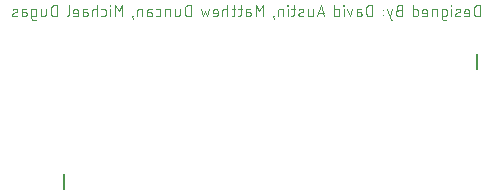
<source format=gbo>
G04 EAGLE Gerber X2 export*
%TF.Part,Single*%
%TF.FileFunction,Other,Bottom Silkscreen*%
%TF.FilePolarity,Positive*%
%TF.GenerationSoftware,Autodesk,EAGLE,8.7.1*%
%TF.CreationDate,2018-04-02T18:11:16Z*%
G75*
%MOMM*%
%FSLAX34Y34*%
%LPD*%
%AMOC8*
5,1,8,0,0,1.08239X$1,22.5*%
G01*
%ADD10C,0.076200*%
%ADD11C,0.203200*%


D10*
X418719Y190881D02*
X418719Y200119D01*
X416153Y200119D01*
X416055Y200117D01*
X415957Y200111D01*
X415859Y200102D01*
X415761Y200089D01*
X415664Y200072D01*
X415568Y200052D01*
X415473Y200027D01*
X415379Y199999D01*
X415286Y199968D01*
X415194Y199933D01*
X415103Y199894D01*
X415014Y199853D01*
X414927Y199807D01*
X414842Y199759D01*
X414758Y199707D01*
X414677Y199652D01*
X414597Y199594D01*
X414520Y199533D01*
X414446Y199469D01*
X414374Y199402D01*
X414304Y199332D01*
X414237Y199260D01*
X414173Y199186D01*
X414112Y199109D01*
X414054Y199029D01*
X413999Y198948D01*
X413947Y198864D01*
X413899Y198779D01*
X413853Y198692D01*
X413812Y198603D01*
X413773Y198512D01*
X413738Y198420D01*
X413707Y198327D01*
X413679Y198233D01*
X413654Y198138D01*
X413634Y198042D01*
X413617Y197945D01*
X413604Y197847D01*
X413595Y197749D01*
X413589Y197651D01*
X413587Y197553D01*
X413587Y193447D01*
X413589Y193349D01*
X413595Y193251D01*
X413604Y193153D01*
X413617Y193055D01*
X413634Y192958D01*
X413654Y192862D01*
X413679Y192767D01*
X413707Y192673D01*
X413738Y192580D01*
X413773Y192488D01*
X413812Y192397D01*
X413853Y192308D01*
X413899Y192221D01*
X413947Y192136D01*
X413999Y192052D01*
X414054Y191971D01*
X414112Y191891D01*
X414173Y191814D01*
X414237Y191740D01*
X414304Y191668D01*
X414374Y191598D01*
X414446Y191531D01*
X414520Y191467D01*
X414597Y191406D01*
X414677Y191348D01*
X414758Y191293D01*
X414842Y191241D01*
X414927Y191193D01*
X415014Y191147D01*
X415103Y191106D01*
X415194Y191067D01*
X415286Y191032D01*
X415379Y191001D01*
X415473Y190973D01*
X415568Y190948D01*
X415664Y190928D01*
X415761Y190911D01*
X415859Y190898D01*
X415957Y190889D01*
X416055Y190883D01*
X416153Y190881D01*
X418719Y190881D01*
X407966Y190881D02*
X405400Y190881D01*
X407966Y190881D02*
X408042Y190883D01*
X408117Y190888D01*
X408192Y190898D01*
X408266Y190911D01*
X408340Y190927D01*
X408413Y190947D01*
X408485Y190971D01*
X408555Y190998D01*
X408624Y191029D01*
X408692Y191063D01*
X408758Y191100D01*
X408822Y191141D01*
X408883Y191184D01*
X408943Y191231D01*
X409000Y191280D01*
X409055Y191332D01*
X409107Y191387D01*
X409156Y191444D01*
X409203Y191504D01*
X409246Y191565D01*
X409287Y191629D01*
X409324Y191695D01*
X409358Y191763D01*
X409389Y191832D01*
X409416Y191902D01*
X409440Y191974D01*
X409460Y192047D01*
X409476Y192121D01*
X409489Y192195D01*
X409499Y192270D01*
X409504Y192345D01*
X409506Y192421D01*
X409506Y194987D01*
X409504Y195077D01*
X409498Y195166D01*
X409488Y195255D01*
X409475Y195343D01*
X409457Y195431D01*
X409436Y195518D01*
X409411Y195604D01*
X409382Y195689D01*
X409350Y195773D01*
X409314Y195855D01*
X409274Y195935D01*
X409231Y196014D01*
X409184Y196090D01*
X409135Y196165D01*
X409082Y196237D01*
X409026Y196307D01*
X408967Y196374D01*
X408905Y196439D01*
X408840Y196501D01*
X408773Y196560D01*
X408703Y196616D01*
X408631Y196669D01*
X408556Y196718D01*
X408480Y196765D01*
X408401Y196808D01*
X408321Y196848D01*
X408239Y196884D01*
X408155Y196916D01*
X408070Y196945D01*
X407984Y196970D01*
X407897Y196991D01*
X407809Y197009D01*
X407721Y197022D01*
X407632Y197032D01*
X407543Y197038D01*
X407453Y197040D01*
X407363Y197038D01*
X407274Y197032D01*
X407185Y197022D01*
X407097Y197009D01*
X407009Y196991D01*
X406922Y196970D01*
X406836Y196945D01*
X406751Y196916D01*
X406667Y196884D01*
X406585Y196848D01*
X406505Y196808D01*
X406427Y196765D01*
X406350Y196718D01*
X406275Y196669D01*
X406203Y196616D01*
X406133Y196560D01*
X406066Y196501D01*
X406001Y196439D01*
X405939Y196374D01*
X405880Y196307D01*
X405824Y196237D01*
X405771Y196165D01*
X405722Y196090D01*
X405675Y196014D01*
X405632Y195935D01*
X405592Y195855D01*
X405556Y195773D01*
X405524Y195689D01*
X405495Y195604D01*
X405470Y195518D01*
X405449Y195431D01*
X405431Y195343D01*
X405418Y195255D01*
X405408Y195166D01*
X405402Y195077D01*
X405400Y194987D01*
X405400Y193960D01*
X409506Y193960D01*
X400936Y194474D02*
X398370Y193447D01*
X400936Y194473D02*
X401003Y194502D01*
X401068Y194534D01*
X401131Y194570D01*
X401192Y194609D01*
X401250Y194652D01*
X401307Y194697D01*
X401360Y194746D01*
X401411Y194797D01*
X401460Y194851D01*
X401505Y194908D01*
X401547Y194967D01*
X401585Y195028D01*
X401621Y195091D01*
X401653Y195156D01*
X401681Y195223D01*
X401706Y195291D01*
X401726Y195360D01*
X401744Y195431D01*
X401757Y195502D01*
X401766Y195574D01*
X401771Y195646D01*
X401773Y195718D01*
X401770Y195791D01*
X401764Y195863D01*
X401754Y195934D01*
X401740Y196005D01*
X401722Y196076D01*
X401700Y196145D01*
X401674Y196212D01*
X401645Y196279D01*
X401612Y196343D01*
X401576Y196406D01*
X401536Y196467D01*
X401494Y196525D01*
X401448Y196581D01*
X401399Y196634D01*
X401347Y196685D01*
X401292Y196733D01*
X401236Y196778D01*
X401176Y196819D01*
X401115Y196857D01*
X401051Y196892D01*
X400986Y196924D01*
X400919Y196952D01*
X400851Y196976D01*
X400781Y196996D01*
X400711Y197013D01*
X400640Y197025D01*
X400568Y197034D01*
X400495Y197039D01*
X400423Y197040D01*
X400423Y197039D02*
X400274Y197035D01*
X400125Y197028D01*
X399977Y197016D01*
X399829Y197001D01*
X399681Y196981D01*
X399534Y196958D01*
X399387Y196932D01*
X399242Y196901D01*
X399097Y196867D01*
X398953Y196829D01*
X398810Y196788D01*
X398668Y196743D01*
X398527Y196694D01*
X398388Y196641D01*
X398250Y196586D01*
X398113Y196526D01*
X398370Y193448D02*
X398303Y193419D01*
X398238Y193387D01*
X398175Y193351D01*
X398114Y193312D01*
X398056Y193269D01*
X397999Y193224D01*
X397946Y193175D01*
X397895Y193124D01*
X397846Y193070D01*
X397801Y193013D01*
X397759Y192954D01*
X397721Y192893D01*
X397685Y192830D01*
X397653Y192765D01*
X397625Y192698D01*
X397600Y192630D01*
X397580Y192561D01*
X397562Y192490D01*
X397549Y192419D01*
X397540Y192347D01*
X397535Y192275D01*
X397533Y192203D01*
X397536Y192130D01*
X397542Y192058D01*
X397552Y191987D01*
X397566Y191916D01*
X397584Y191845D01*
X397606Y191776D01*
X397632Y191709D01*
X397661Y191642D01*
X397694Y191578D01*
X397730Y191515D01*
X397770Y191454D01*
X397812Y191396D01*
X397858Y191340D01*
X397907Y191287D01*
X397959Y191236D01*
X398014Y191188D01*
X398070Y191143D01*
X398130Y191102D01*
X398191Y191064D01*
X398255Y191029D01*
X398320Y190997D01*
X398387Y190969D01*
X398455Y190945D01*
X398525Y190925D01*
X398595Y190908D01*
X398666Y190896D01*
X398738Y190887D01*
X398811Y190882D01*
X398883Y190881D01*
X398883Y190882D02*
X399089Y190887D01*
X399295Y190898D01*
X399500Y190913D01*
X399705Y190933D01*
X399909Y190957D01*
X400113Y190987D01*
X400316Y191021D01*
X400518Y191061D01*
X400719Y191105D01*
X400919Y191153D01*
X401118Y191207D01*
X401315Y191265D01*
X401511Y191328D01*
X401706Y191395D01*
X393953Y190881D02*
X393953Y197040D01*
X394210Y199606D02*
X394210Y200119D01*
X393696Y200119D01*
X393696Y199606D01*
X394210Y199606D01*
X388811Y190881D02*
X386245Y190881D01*
X388811Y190881D02*
X388887Y190883D01*
X388962Y190888D01*
X389037Y190898D01*
X389111Y190911D01*
X389185Y190927D01*
X389258Y190947D01*
X389330Y190971D01*
X389400Y190998D01*
X389469Y191029D01*
X389537Y191063D01*
X389603Y191100D01*
X389667Y191141D01*
X389728Y191184D01*
X389788Y191231D01*
X389845Y191280D01*
X389900Y191332D01*
X389952Y191387D01*
X390001Y191444D01*
X390048Y191504D01*
X390091Y191565D01*
X390132Y191629D01*
X390169Y191695D01*
X390203Y191763D01*
X390234Y191832D01*
X390261Y191902D01*
X390285Y191974D01*
X390305Y192047D01*
X390321Y192121D01*
X390334Y192195D01*
X390344Y192270D01*
X390349Y192345D01*
X390351Y192421D01*
X390351Y195500D01*
X390349Y195576D01*
X390344Y195651D01*
X390334Y195726D01*
X390321Y195800D01*
X390305Y195874D01*
X390285Y195947D01*
X390261Y196019D01*
X390234Y196089D01*
X390203Y196158D01*
X390169Y196226D01*
X390132Y196292D01*
X390091Y196356D01*
X390048Y196417D01*
X390001Y196477D01*
X389952Y196534D01*
X389900Y196589D01*
X389845Y196641D01*
X389788Y196690D01*
X389728Y196737D01*
X389667Y196780D01*
X389603Y196821D01*
X389537Y196858D01*
X389469Y196892D01*
X389400Y196923D01*
X389330Y196950D01*
X389258Y196974D01*
X389185Y196994D01*
X389111Y197010D01*
X389037Y197023D01*
X388962Y197033D01*
X388887Y197038D01*
X388811Y197040D01*
X386245Y197040D01*
X386245Y189341D01*
X386247Y189265D01*
X386252Y189190D01*
X386262Y189115D01*
X386275Y189041D01*
X386291Y188967D01*
X386311Y188894D01*
X386335Y188822D01*
X386362Y188752D01*
X386393Y188683D01*
X386427Y188615D01*
X386464Y188549D01*
X386505Y188485D01*
X386548Y188424D01*
X386595Y188364D01*
X386644Y188307D01*
X386696Y188252D01*
X386751Y188200D01*
X386808Y188151D01*
X386868Y188104D01*
X386929Y188061D01*
X386993Y188020D01*
X387059Y187983D01*
X387127Y187949D01*
X387196Y187918D01*
X387266Y187891D01*
X387338Y187867D01*
X387411Y187847D01*
X387485Y187831D01*
X387559Y187818D01*
X387634Y187808D01*
X387709Y187803D01*
X387785Y187801D01*
X387785Y187802D02*
X389838Y187802D01*
X381906Y190881D02*
X381906Y197040D01*
X379340Y197040D01*
X379262Y197038D01*
X379184Y197032D01*
X379107Y197022D01*
X379030Y197008D01*
X378954Y196991D01*
X378879Y196969D01*
X378805Y196944D01*
X378733Y196915D01*
X378662Y196883D01*
X378593Y196846D01*
X378525Y196807D01*
X378460Y196764D01*
X378397Y196718D01*
X378337Y196668D01*
X378279Y196616D01*
X378224Y196561D01*
X378172Y196503D01*
X378122Y196443D01*
X378076Y196380D01*
X378033Y196315D01*
X377994Y196247D01*
X377957Y196178D01*
X377925Y196107D01*
X377896Y196035D01*
X377871Y195961D01*
X377849Y195886D01*
X377832Y195810D01*
X377818Y195733D01*
X377808Y195656D01*
X377802Y195578D01*
X377800Y195500D01*
X377800Y190881D01*
X372266Y190881D02*
X369700Y190881D01*
X372266Y190881D02*
X372342Y190883D01*
X372417Y190888D01*
X372492Y190898D01*
X372566Y190911D01*
X372640Y190927D01*
X372713Y190947D01*
X372785Y190971D01*
X372855Y190998D01*
X372924Y191029D01*
X372992Y191063D01*
X373058Y191100D01*
X373122Y191141D01*
X373183Y191184D01*
X373243Y191231D01*
X373300Y191280D01*
X373355Y191332D01*
X373407Y191387D01*
X373456Y191444D01*
X373503Y191504D01*
X373546Y191565D01*
X373587Y191629D01*
X373624Y191695D01*
X373658Y191763D01*
X373689Y191832D01*
X373716Y191902D01*
X373740Y191974D01*
X373760Y192047D01*
X373776Y192121D01*
X373789Y192195D01*
X373799Y192270D01*
X373804Y192345D01*
X373806Y192421D01*
X373806Y194987D01*
X373804Y195077D01*
X373798Y195166D01*
X373788Y195255D01*
X373775Y195343D01*
X373757Y195431D01*
X373736Y195518D01*
X373711Y195604D01*
X373682Y195689D01*
X373650Y195773D01*
X373614Y195855D01*
X373574Y195935D01*
X373531Y196014D01*
X373484Y196090D01*
X373435Y196165D01*
X373382Y196237D01*
X373326Y196307D01*
X373267Y196374D01*
X373205Y196439D01*
X373140Y196501D01*
X373073Y196560D01*
X373003Y196616D01*
X372931Y196669D01*
X372856Y196718D01*
X372780Y196765D01*
X372701Y196808D01*
X372621Y196848D01*
X372539Y196884D01*
X372455Y196916D01*
X372370Y196945D01*
X372284Y196970D01*
X372197Y196991D01*
X372109Y197009D01*
X372021Y197022D01*
X371932Y197032D01*
X371843Y197038D01*
X371753Y197040D01*
X371663Y197038D01*
X371574Y197032D01*
X371485Y197022D01*
X371397Y197009D01*
X371309Y196991D01*
X371222Y196970D01*
X371136Y196945D01*
X371051Y196916D01*
X370967Y196884D01*
X370885Y196848D01*
X370805Y196808D01*
X370727Y196765D01*
X370650Y196718D01*
X370575Y196669D01*
X370503Y196616D01*
X370433Y196560D01*
X370366Y196501D01*
X370301Y196439D01*
X370239Y196374D01*
X370180Y196307D01*
X370124Y196237D01*
X370071Y196165D01*
X370022Y196090D01*
X369975Y196014D01*
X369932Y195935D01*
X369892Y195855D01*
X369856Y195773D01*
X369824Y195689D01*
X369795Y195604D01*
X369770Y195518D01*
X369749Y195431D01*
X369731Y195343D01*
X369718Y195255D01*
X369708Y195166D01*
X369702Y195077D01*
X369700Y194987D01*
X369700Y193960D01*
X373806Y193960D01*
X361945Y190881D02*
X361945Y200119D01*
X361945Y190881D02*
X364511Y190881D01*
X364587Y190883D01*
X364662Y190888D01*
X364737Y190898D01*
X364811Y190911D01*
X364885Y190927D01*
X364958Y190947D01*
X365030Y190971D01*
X365100Y190998D01*
X365169Y191029D01*
X365237Y191063D01*
X365303Y191100D01*
X365367Y191141D01*
X365428Y191184D01*
X365488Y191231D01*
X365545Y191280D01*
X365600Y191332D01*
X365652Y191387D01*
X365701Y191444D01*
X365748Y191504D01*
X365791Y191565D01*
X365832Y191629D01*
X365869Y191695D01*
X365903Y191763D01*
X365934Y191832D01*
X365961Y191902D01*
X365985Y191974D01*
X366005Y192047D01*
X366021Y192121D01*
X366034Y192195D01*
X366044Y192270D01*
X366049Y192345D01*
X366051Y192421D01*
X366051Y195500D01*
X366049Y195576D01*
X366044Y195651D01*
X366034Y195726D01*
X366021Y195800D01*
X366005Y195874D01*
X365985Y195947D01*
X365961Y196019D01*
X365934Y196089D01*
X365903Y196158D01*
X365869Y196226D01*
X365832Y196292D01*
X365791Y196356D01*
X365748Y196417D01*
X365701Y196477D01*
X365652Y196534D01*
X365600Y196589D01*
X365545Y196641D01*
X365488Y196690D01*
X365428Y196737D01*
X365367Y196780D01*
X365303Y196821D01*
X365237Y196858D01*
X365169Y196892D01*
X365100Y196923D01*
X365030Y196950D01*
X364958Y196974D01*
X364885Y196994D01*
X364811Y197010D01*
X364737Y197023D01*
X364662Y197033D01*
X364587Y197038D01*
X364511Y197040D01*
X361945Y197040D01*
X352589Y196013D02*
X350023Y196013D01*
X349924Y196011D01*
X349824Y196005D01*
X349725Y195996D01*
X349627Y195982D01*
X349529Y195965D01*
X349431Y195944D01*
X349335Y195919D01*
X349240Y195890D01*
X349145Y195858D01*
X349053Y195822D01*
X348961Y195783D01*
X348871Y195740D01*
X348783Y195694D01*
X348697Y195644D01*
X348613Y195591D01*
X348531Y195535D01*
X348451Y195475D01*
X348374Y195413D01*
X348299Y195347D01*
X348226Y195279D01*
X348157Y195208D01*
X348090Y195134D01*
X348026Y195058D01*
X347965Y194979D01*
X347907Y194898D01*
X347852Y194815D01*
X347801Y194730D01*
X347753Y194643D01*
X347708Y194554D01*
X347667Y194463D01*
X347629Y194371D01*
X347595Y194278D01*
X347565Y194183D01*
X347538Y194087D01*
X347515Y193990D01*
X347496Y193893D01*
X347481Y193794D01*
X347469Y193695D01*
X347461Y193596D01*
X347457Y193497D01*
X347457Y193397D01*
X347461Y193298D01*
X347469Y193199D01*
X347481Y193100D01*
X347496Y193001D01*
X347515Y192904D01*
X347538Y192807D01*
X347565Y192711D01*
X347595Y192616D01*
X347629Y192523D01*
X347667Y192431D01*
X347708Y192340D01*
X347753Y192251D01*
X347801Y192164D01*
X347852Y192079D01*
X347907Y191996D01*
X347965Y191915D01*
X348026Y191836D01*
X348090Y191760D01*
X348157Y191686D01*
X348226Y191615D01*
X348299Y191547D01*
X348374Y191481D01*
X348451Y191419D01*
X348531Y191359D01*
X348613Y191303D01*
X348697Y191250D01*
X348783Y191200D01*
X348871Y191154D01*
X348961Y191111D01*
X349053Y191072D01*
X349145Y191036D01*
X349240Y191004D01*
X349335Y190975D01*
X349431Y190950D01*
X349529Y190929D01*
X349627Y190912D01*
X349725Y190898D01*
X349824Y190889D01*
X349924Y190883D01*
X350023Y190881D01*
X352589Y190881D01*
X352589Y200119D01*
X350023Y200119D01*
X349933Y200117D01*
X349844Y200111D01*
X349755Y200101D01*
X349667Y200088D01*
X349579Y200070D01*
X349492Y200049D01*
X349406Y200024D01*
X349321Y199995D01*
X349237Y199963D01*
X349155Y199927D01*
X349075Y199887D01*
X348997Y199844D01*
X348920Y199797D01*
X348845Y199748D01*
X348773Y199695D01*
X348703Y199639D01*
X348636Y199580D01*
X348571Y199518D01*
X348509Y199453D01*
X348450Y199386D01*
X348394Y199316D01*
X348341Y199244D01*
X348292Y199169D01*
X348245Y199093D01*
X348202Y199014D01*
X348162Y198934D01*
X348126Y198852D01*
X348094Y198768D01*
X348065Y198683D01*
X348040Y198597D01*
X348019Y198510D01*
X348001Y198422D01*
X347988Y198334D01*
X347978Y198245D01*
X347972Y198156D01*
X347970Y198066D01*
X347972Y197976D01*
X347978Y197887D01*
X347988Y197798D01*
X348001Y197710D01*
X348019Y197622D01*
X348040Y197535D01*
X348065Y197449D01*
X348094Y197364D01*
X348126Y197280D01*
X348162Y197198D01*
X348202Y197118D01*
X348245Y197040D01*
X348292Y196963D01*
X348341Y196888D01*
X348394Y196816D01*
X348450Y196746D01*
X348509Y196679D01*
X348571Y196614D01*
X348636Y196552D01*
X348703Y196493D01*
X348773Y196437D01*
X348845Y196384D01*
X348920Y196335D01*
X348997Y196288D01*
X349075Y196245D01*
X349155Y196205D01*
X349237Y196169D01*
X349321Y196137D01*
X349406Y196108D01*
X349492Y196083D01*
X349579Y196062D01*
X349667Y196044D01*
X349755Y196031D01*
X349844Y196021D01*
X349933Y196015D01*
X350023Y196013D01*
X344406Y187802D02*
X343379Y187802D01*
X340300Y197040D01*
X344406Y197040D02*
X342353Y190881D01*
X336910Y191651D02*
X336910Y192164D01*
X336396Y192164D01*
X336396Y191651D01*
X336910Y191651D01*
X336910Y195757D02*
X336910Y196270D01*
X336396Y196270D01*
X336396Y195757D01*
X336910Y195757D01*
X327519Y200119D02*
X327519Y190881D01*
X327519Y200119D02*
X324953Y200119D01*
X324855Y200117D01*
X324757Y200111D01*
X324659Y200102D01*
X324561Y200089D01*
X324464Y200072D01*
X324368Y200052D01*
X324273Y200027D01*
X324179Y199999D01*
X324086Y199968D01*
X323994Y199933D01*
X323903Y199894D01*
X323814Y199853D01*
X323727Y199807D01*
X323642Y199759D01*
X323558Y199707D01*
X323477Y199652D01*
X323397Y199594D01*
X323320Y199533D01*
X323246Y199469D01*
X323174Y199402D01*
X323104Y199332D01*
X323037Y199260D01*
X322973Y199186D01*
X322912Y199109D01*
X322854Y199029D01*
X322799Y198948D01*
X322747Y198864D01*
X322699Y198779D01*
X322653Y198692D01*
X322612Y198603D01*
X322573Y198512D01*
X322538Y198420D01*
X322507Y198327D01*
X322479Y198233D01*
X322454Y198138D01*
X322434Y198042D01*
X322417Y197945D01*
X322404Y197847D01*
X322395Y197749D01*
X322389Y197651D01*
X322387Y197553D01*
X322387Y193447D01*
X322389Y193349D01*
X322395Y193251D01*
X322404Y193153D01*
X322417Y193055D01*
X322434Y192958D01*
X322454Y192862D01*
X322479Y192767D01*
X322507Y192673D01*
X322538Y192580D01*
X322573Y192488D01*
X322612Y192397D01*
X322653Y192308D01*
X322699Y192221D01*
X322747Y192136D01*
X322799Y192052D01*
X322854Y191971D01*
X322912Y191891D01*
X322973Y191814D01*
X323037Y191740D01*
X323104Y191668D01*
X323174Y191598D01*
X323246Y191531D01*
X323320Y191467D01*
X323397Y191406D01*
X323477Y191348D01*
X323558Y191293D01*
X323642Y191241D01*
X323727Y191193D01*
X323814Y191147D01*
X323903Y191106D01*
X323994Y191067D01*
X324086Y191032D01*
X324179Y191001D01*
X324273Y190973D01*
X324368Y190948D01*
X324464Y190928D01*
X324561Y190911D01*
X324659Y190898D01*
X324757Y190889D01*
X324855Y190883D01*
X324953Y190881D01*
X327519Y190881D01*
X316555Y194474D02*
X314246Y194474D01*
X316555Y194473D02*
X316638Y194471D01*
X316721Y194465D01*
X316803Y194456D01*
X316885Y194442D01*
X316966Y194425D01*
X317046Y194404D01*
X317126Y194380D01*
X317204Y194352D01*
X317280Y194320D01*
X317356Y194285D01*
X317429Y194246D01*
X317500Y194204D01*
X317570Y194159D01*
X317637Y194110D01*
X317702Y194059D01*
X317765Y194004D01*
X317825Y193947D01*
X317882Y193887D01*
X317937Y193824D01*
X317988Y193759D01*
X318037Y193692D01*
X318082Y193622D01*
X318124Y193551D01*
X318163Y193478D01*
X318198Y193402D01*
X318230Y193326D01*
X318258Y193248D01*
X318282Y193168D01*
X318303Y193088D01*
X318320Y193007D01*
X318334Y192925D01*
X318343Y192843D01*
X318349Y192760D01*
X318351Y192677D01*
X318349Y192594D01*
X318343Y192511D01*
X318334Y192429D01*
X318320Y192347D01*
X318303Y192266D01*
X318282Y192186D01*
X318258Y192106D01*
X318230Y192028D01*
X318198Y191952D01*
X318163Y191876D01*
X318124Y191803D01*
X318082Y191732D01*
X318037Y191662D01*
X317988Y191595D01*
X317937Y191530D01*
X317882Y191467D01*
X317825Y191407D01*
X317765Y191350D01*
X317702Y191295D01*
X317637Y191244D01*
X317570Y191195D01*
X317500Y191150D01*
X317429Y191108D01*
X317356Y191069D01*
X317280Y191034D01*
X317204Y191002D01*
X317126Y190974D01*
X317046Y190950D01*
X316966Y190929D01*
X316885Y190912D01*
X316803Y190898D01*
X316721Y190889D01*
X316638Y190883D01*
X316555Y190881D01*
X314246Y190881D01*
X314246Y195500D01*
X314245Y195500D02*
X314247Y195576D01*
X314252Y195651D01*
X314262Y195726D01*
X314275Y195800D01*
X314291Y195874D01*
X314311Y195947D01*
X314335Y196019D01*
X314362Y196089D01*
X314393Y196158D01*
X314427Y196226D01*
X314464Y196292D01*
X314505Y196356D01*
X314548Y196417D01*
X314595Y196477D01*
X314644Y196534D01*
X314696Y196589D01*
X314751Y196641D01*
X314808Y196690D01*
X314868Y196737D01*
X314929Y196780D01*
X314993Y196821D01*
X315059Y196858D01*
X315127Y196892D01*
X315196Y196923D01*
X315266Y196950D01*
X315338Y196974D01*
X315411Y196994D01*
X315485Y197010D01*
X315559Y197023D01*
X315634Y197033D01*
X315709Y197038D01*
X315785Y197040D01*
X317838Y197040D01*
X310506Y197040D02*
X308453Y190881D01*
X306400Y197040D01*
X303053Y197040D02*
X303053Y190881D01*
X303310Y199606D02*
X303310Y200119D01*
X302797Y200119D01*
X302797Y199606D01*
X303310Y199606D01*
X295346Y200119D02*
X295346Y190881D01*
X297912Y190881D01*
X297988Y190883D01*
X298063Y190888D01*
X298138Y190898D01*
X298212Y190911D01*
X298286Y190927D01*
X298359Y190947D01*
X298431Y190971D01*
X298501Y190998D01*
X298570Y191029D01*
X298638Y191063D01*
X298704Y191100D01*
X298768Y191141D01*
X298829Y191184D01*
X298889Y191231D01*
X298946Y191280D01*
X299001Y191332D01*
X299053Y191387D01*
X299102Y191444D01*
X299149Y191504D01*
X299192Y191565D01*
X299233Y191629D01*
X299270Y191695D01*
X299304Y191763D01*
X299335Y191832D01*
X299362Y191902D01*
X299386Y191974D01*
X299406Y192047D01*
X299422Y192121D01*
X299435Y192195D01*
X299445Y192270D01*
X299450Y192345D01*
X299452Y192421D01*
X299451Y192421D02*
X299451Y195500D01*
X299452Y195500D02*
X299450Y195576D01*
X299445Y195651D01*
X299435Y195726D01*
X299422Y195800D01*
X299406Y195874D01*
X299386Y195947D01*
X299362Y196019D01*
X299335Y196089D01*
X299304Y196158D01*
X299270Y196226D01*
X299233Y196292D01*
X299192Y196356D01*
X299149Y196417D01*
X299102Y196477D01*
X299053Y196534D01*
X299001Y196589D01*
X298946Y196641D01*
X298889Y196690D01*
X298829Y196737D01*
X298768Y196780D01*
X298704Y196821D01*
X298638Y196858D01*
X298570Y196892D01*
X298501Y196923D01*
X298431Y196950D01*
X298359Y196974D01*
X298286Y196994D01*
X298212Y197010D01*
X298138Y197023D01*
X298063Y197033D01*
X297988Y197038D01*
X297912Y197040D01*
X295346Y197040D01*
X286933Y190881D02*
X283853Y200119D01*
X280774Y190881D01*
X281544Y193191D02*
X286163Y193191D01*
X277206Y192421D02*
X277206Y197040D01*
X277206Y192421D02*
X277204Y192343D01*
X277198Y192265D01*
X277188Y192188D01*
X277174Y192111D01*
X277157Y192035D01*
X277135Y191960D01*
X277110Y191886D01*
X277081Y191814D01*
X277049Y191743D01*
X277012Y191674D01*
X276973Y191606D01*
X276930Y191541D01*
X276884Y191478D01*
X276834Y191418D01*
X276782Y191360D01*
X276727Y191305D01*
X276669Y191253D01*
X276609Y191203D01*
X276546Y191157D01*
X276481Y191114D01*
X276413Y191075D01*
X276344Y191038D01*
X276273Y191006D01*
X276201Y190977D01*
X276127Y190952D01*
X276052Y190930D01*
X275976Y190913D01*
X275899Y190899D01*
X275822Y190889D01*
X275744Y190883D01*
X275666Y190881D01*
X273100Y190881D01*
X273100Y197040D01*
X268336Y194474D02*
X265770Y193447D01*
X268336Y194473D02*
X268403Y194502D01*
X268468Y194534D01*
X268531Y194570D01*
X268592Y194609D01*
X268650Y194652D01*
X268707Y194697D01*
X268760Y194746D01*
X268811Y194797D01*
X268860Y194851D01*
X268905Y194908D01*
X268947Y194967D01*
X268985Y195028D01*
X269021Y195091D01*
X269053Y195156D01*
X269081Y195223D01*
X269106Y195291D01*
X269126Y195360D01*
X269144Y195431D01*
X269157Y195502D01*
X269166Y195574D01*
X269171Y195646D01*
X269173Y195718D01*
X269170Y195791D01*
X269164Y195863D01*
X269154Y195934D01*
X269140Y196005D01*
X269122Y196076D01*
X269100Y196145D01*
X269074Y196212D01*
X269045Y196279D01*
X269012Y196343D01*
X268976Y196406D01*
X268936Y196467D01*
X268894Y196525D01*
X268848Y196581D01*
X268799Y196634D01*
X268747Y196685D01*
X268692Y196733D01*
X268636Y196778D01*
X268576Y196819D01*
X268515Y196857D01*
X268451Y196892D01*
X268386Y196924D01*
X268319Y196952D01*
X268251Y196976D01*
X268181Y196996D01*
X268111Y197013D01*
X268040Y197025D01*
X267968Y197034D01*
X267895Y197039D01*
X267823Y197040D01*
X267823Y197039D02*
X267674Y197035D01*
X267525Y197028D01*
X267377Y197016D01*
X267229Y197001D01*
X267081Y196981D01*
X266934Y196958D01*
X266787Y196932D01*
X266642Y196901D01*
X266497Y196867D01*
X266353Y196829D01*
X266210Y196788D01*
X266068Y196743D01*
X265927Y196694D01*
X265788Y196641D01*
X265650Y196586D01*
X265513Y196526D01*
X265770Y193448D02*
X265703Y193419D01*
X265638Y193387D01*
X265575Y193351D01*
X265514Y193312D01*
X265456Y193269D01*
X265399Y193224D01*
X265346Y193175D01*
X265295Y193124D01*
X265246Y193070D01*
X265201Y193013D01*
X265159Y192954D01*
X265121Y192893D01*
X265085Y192830D01*
X265053Y192765D01*
X265025Y192698D01*
X265000Y192630D01*
X264980Y192561D01*
X264962Y192490D01*
X264949Y192419D01*
X264940Y192347D01*
X264935Y192275D01*
X264933Y192203D01*
X264936Y192130D01*
X264942Y192058D01*
X264952Y191987D01*
X264966Y191916D01*
X264984Y191845D01*
X265006Y191776D01*
X265032Y191709D01*
X265061Y191642D01*
X265094Y191578D01*
X265130Y191515D01*
X265170Y191454D01*
X265212Y191396D01*
X265258Y191340D01*
X265307Y191287D01*
X265359Y191236D01*
X265414Y191188D01*
X265470Y191143D01*
X265530Y191102D01*
X265591Y191064D01*
X265655Y191029D01*
X265720Y190997D01*
X265787Y190969D01*
X265855Y190945D01*
X265925Y190925D01*
X265995Y190908D01*
X266066Y190896D01*
X266138Y190887D01*
X266211Y190882D01*
X266283Y190881D01*
X266283Y190882D02*
X266489Y190887D01*
X266695Y190898D01*
X266900Y190913D01*
X267105Y190933D01*
X267309Y190957D01*
X267513Y190987D01*
X267716Y191021D01*
X267918Y191061D01*
X268119Y191105D01*
X268319Y191153D01*
X268518Y191207D01*
X268715Y191265D01*
X268911Y191328D01*
X269106Y191395D01*
X262064Y197040D02*
X258985Y197040D01*
X261037Y200119D02*
X261037Y192421D01*
X261038Y192421D02*
X261036Y192343D01*
X261030Y192265D01*
X261020Y192188D01*
X261006Y192111D01*
X260989Y192035D01*
X260967Y191960D01*
X260942Y191886D01*
X260913Y191814D01*
X260881Y191743D01*
X260844Y191674D01*
X260805Y191606D01*
X260762Y191541D01*
X260716Y191478D01*
X260666Y191418D01*
X260614Y191360D01*
X260559Y191305D01*
X260501Y191253D01*
X260441Y191203D01*
X260378Y191157D01*
X260313Y191114D01*
X260245Y191075D01*
X260176Y191038D01*
X260105Y191006D01*
X260033Y190977D01*
X259959Y190952D01*
X259884Y190930D01*
X259808Y190913D01*
X259731Y190899D01*
X259654Y190889D01*
X259576Y190883D01*
X259498Y190881D01*
X258985Y190881D01*
X255653Y190881D02*
X255653Y197040D01*
X255910Y199606D02*
X255910Y200119D01*
X255397Y200119D01*
X255397Y199606D01*
X255910Y199606D01*
X251706Y197040D02*
X251706Y190881D01*
X251706Y197040D02*
X249140Y197040D01*
X249062Y197038D01*
X248984Y197032D01*
X248907Y197022D01*
X248830Y197008D01*
X248754Y196991D01*
X248679Y196969D01*
X248605Y196944D01*
X248533Y196915D01*
X248462Y196883D01*
X248393Y196846D01*
X248325Y196807D01*
X248260Y196764D01*
X248197Y196718D01*
X248137Y196668D01*
X248079Y196616D01*
X248024Y196561D01*
X247972Y196503D01*
X247922Y196443D01*
X247876Y196380D01*
X247833Y196315D01*
X247794Y196247D01*
X247757Y196178D01*
X247725Y196107D01*
X247696Y196035D01*
X247671Y195961D01*
X247649Y195886D01*
X247632Y195810D01*
X247618Y195733D01*
X247608Y195656D01*
X247602Y195578D01*
X247600Y195500D01*
X247600Y190881D01*
X243943Y190881D02*
X243430Y190881D01*
X243943Y190881D02*
X243943Y191394D01*
X243430Y191394D01*
X243430Y190881D01*
X244200Y188828D01*
X234733Y190881D02*
X234733Y200119D01*
X231653Y194987D01*
X228574Y200119D01*
X228574Y190881D01*
X222655Y194474D02*
X220346Y194474D01*
X222655Y194473D02*
X222738Y194471D01*
X222821Y194465D01*
X222903Y194456D01*
X222985Y194442D01*
X223066Y194425D01*
X223146Y194404D01*
X223226Y194380D01*
X223304Y194352D01*
X223380Y194320D01*
X223456Y194285D01*
X223529Y194246D01*
X223600Y194204D01*
X223670Y194159D01*
X223737Y194110D01*
X223802Y194059D01*
X223865Y194004D01*
X223925Y193947D01*
X223982Y193887D01*
X224037Y193824D01*
X224088Y193759D01*
X224137Y193692D01*
X224182Y193622D01*
X224224Y193551D01*
X224263Y193478D01*
X224298Y193402D01*
X224330Y193326D01*
X224358Y193248D01*
X224382Y193168D01*
X224403Y193088D01*
X224420Y193007D01*
X224434Y192925D01*
X224443Y192843D01*
X224449Y192760D01*
X224451Y192677D01*
X224449Y192594D01*
X224443Y192511D01*
X224434Y192429D01*
X224420Y192347D01*
X224403Y192266D01*
X224382Y192186D01*
X224358Y192106D01*
X224330Y192028D01*
X224298Y191952D01*
X224263Y191876D01*
X224224Y191803D01*
X224182Y191732D01*
X224137Y191662D01*
X224088Y191595D01*
X224037Y191530D01*
X223982Y191467D01*
X223925Y191407D01*
X223865Y191350D01*
X223802Y191295D01*
X223737Y191244D01*
X223670Y191195D01*
X223600Y191150D01*
X223529Y191108D01*
X223456Y191069D01*
X223380Y191034D01*
X223304Y191002D01*
X223226Y190974D01*
X223146Y190950D01*
X223066Y190929D01*
X222985Y190912D01*
X222903Y190898D01*
X222821Y190889D01*
X222738Y190883D01*
X222655Y190881D01*
X220346Y190881D01*
X220346Y195500D01*
X220345Y195500D02*
X220347Y195576D01*
X220352Y195651D01*
X220362Y195726D01*
X220375Y195800D01*
X220391Y195874D01*
X220411Y195947D01*
X220435Y196019D01*
X220462Y196089D01*
X220493Y196158D01*
X220527Y196226D01*
X220564Y196292D01*
X220605Y196356D01*
X220648Y196417D01*
X220695Y196477D01*
X220744Y196534D01*
X220796Y196589D01*
X220851Y196641D01*
X220908Y196690D01*
X220968Y196737D01*
X221029Y196780D01*
X221093Y196821D01*
X221159Y196858D01*
X221227Y196892D01*
X221296Y196923D01*
X221366Y196950D01*
X221438Y196974D01*
X221511Y196994D01*
X221585Y197010D01*
X221659Y197023D01*
X221734Y197033D01*
X221809Y197038D01*
X221885Y197040D01*
X223938Y197040D01*
X217064Y197040D02*
X213985Y197040D01*
X216038Y200119D02*
X216038Y192421D01*
X216036Y192343D01*
X216030Y192265D01*
X216020Y192188D01*
X216006Y192111D01*
X215989Y192035D01*
X215967Y191960D01*
X215942Y191886D01*
X215913Y191814D01*
X215881Y191743D01*
X215844Y191674D01*
X215805Y191606D01*
X215762Y191541D01*
X215716Y191478D01*
X215666Y191418D01*
X215614Y191360D01*
X215559Y191305D01*
X215501Y191253D01*
X215441Y191203D01*
X215378Y191157D01*
X215313Y191114D01*
X215245Y191075D01*
X215176Y191038D01*
X215105Y191006D01*
X215033Y190977D01*
X214959Y190952D01*
X214884Y190930D01*
X214808Y190913D01*
X214731Y190899D01*
X214654Y190889D01*
X214576Y190883D01*
X214498Y190881D01*
X213985Y190881D01*
X211364Y197040D02*
X208285Y197040D01*
X210338Y200119D02*
X210338Y192421D01*
X210336Y192343D01*
X210330Y192265D01*
X210320Y192188D01*
X210306Y192111D01*
X210289Y192035D01*
X210267Y191960D01*
X210242Y191886D01*
X210213Y191814D01*
X210181Y191743D01*
X210144Y191674D01*
X210105Y191606D01*
X210062Y191541D01*
X210016Y191478D01*
X209966Y191418D01*
X209914Y191360D01*
X209859Y191305D01*
X209801Y191253D01*
X209741Y191203D01*
X209678Y191157D01*
X209613Y191114D01*
X209545Y191075D01*
X209476Y191038D01*
X209405Y191006D01*
X209333Y190977D01*
X209259Y190952D01*
X209184Y190930D01*
X209108Y190913D01*
X209031Y190899D01*
X208954Y190889D01*
X208876Y190883D01*
X208798Y190881D01*
X208285Y190881D01*
X204606Y190881D02*
X204606Y200119D01*
X204606Y197040D02*
X202040Y197040D01*
X201962Y197038D01*
X201884Y197032D01*
X201807Y197022D01*
X201730Y197008D01*
X201654Y196991D01*
X201579Y196969D01*
X201505Y196944D01*
X201433Y196915D01*
X201362Y196883D01*
X201293Y196846D01*
X201225Y196807D01*
X201160Y196764D01*
X201097Y196718D01*
X201037Y196668D01*
X200979Y196616D01*
X200924Y196561D01*
X200872Y196503D01*
X200822Y196443D01*
X200776Y196380D01*
X200733Y196315D01*
X200694Y196247D01*
X200657Y196178D01*
X200625Y196107D01*
X200596Y196035D01*
X200571Y195961D01*
X200549Y195886D01*
X200532Y195810D01*
X200518Y195733D01*
X200508Y195656D01*
X200502Y195578D01*
X200500Y195500D01*
X200501Y195500D02*
X200501Y190881D01*
X194967Y190881D02*
X192401Y190881D01*
X194967Y190881D02*
X195043Y190883D01*
X195118Y190888D01*
X195193Y190898D01*
X195267Y190911D01*
X195341Y190927D01*
X195414Y190947D01*
X195486Y190971D01*
X195556Y190998D01*
X195625Y191029D01*
X195693Y191063D01*
X195759Y191100D01*
X195823Y191141D01*
X195884Y191184D01*
X195944Y191231D01*
X196001Y191280D01*
X196056Y191332D01*
X196108Y191387D01*
X196157Y191444D01*
X196204Y191504D01*
X196247Y191565D01*
X196288Y191629D01*
X196325Y191695D01*
X196359Y191763D01*
X196390Y191832D01*
X196417Y191902D01*
X196441Y191974D01*
X196461Y192047D01*
X196477Y192121D01*
X196490Y192195D01*
X196500Y192270D01*
X196505Y192345D01*
X196507Y192421D01*
X196506Y192421D02*
X196506Y194987D01*
X196504Y195077D01*
X196498Y195166D01*
X196488Y195255D01*
X196475Y195343D01*
X196457Y195431D01*
X196436Y195518D01*
X196411Y195604D01*
X196382Y195689D01*
X196350Y195773D01*
X196314Y195855D01*
X196274Y195935D01*
X196231Y196014D01*
X196184Y196090D01*
X196135Y196165D01*
X196082Y196237D01*
X196026Y196307D01*
X195967Y196374D01*
X195905Y196439D01*
X195840Y196501D01*
X195773Y196560D01*
X195703Y196616D01*
X195631Y196669D01*
X195556Y196718D01*
X195480Y196765D01*
X195401Y196808D01*
X195321Y196848D01*
X195239Y196884D01*
X195155Y196916D01*
X195070Y196945D01*
X194984Y196970D01*
X194897Y196991D01*
X194809Y197009D01*
X194721Y197022D01*
X194632Y197032D01*
X194543Y197038D01*
X194453Y197040D01*
X194363Y197038D01*
X194274Y197032D01*
X194185Y197022D01*
X194097Y197009D01*
X194009Y196991D01*
X193922Y196970D01*
X193836Y196945D01*
X193751Y196916D01*
X193667Y196884D01*
X193585Y196848D01*
X193505Y196808D01*
X193427Y196765D01*
X193350Y196718D01*
X193275Y196669D01*
X193203Y196616D01*
X193133Y196560D01*
X193066Y196501D01*
X193001Y196439D01*
X192939Y196374D01*
X192880Y196307D01*
X192824Y196237D01*
X192771Y196165D01*
X192722Y196090D01*
X192675Y196014D01*
X192632Y195935D01*
X192592Y195855D01*
X192556Y195773D01*
X192524Y195689D01*
X192495Y195604D01*
X192470Y195518D01*
X192449Y195431D01*
X192431Y195343D01*
X192418Y195255D01*
X192408Y195166D01*
X192402Y195077D01*
X192400Y194987D01*
X192401Y194987D02*
X192401Y193960D01*
X196506Y193960D01*
X188833Y197040D02*
X187293Y190881D01*
X185753Y194987D01*
X184214Y190881D01*
X182674Y197040D01*
X173920Y200119D02*
X173920Y190881D01*
X173920Y200119D02*
X171354Y200119D01*
X171256Y200117D01*
X171158Y200111D01*
X171060Y200102D01*
X170962Y200089D01*
X170865Y200072D01*
X170769Y200052D01*
X170674Y200027D01*
X170580Y199999D01*
X170487Y199968D01*
X170395Y199933D01*
X170304Y199894D01*
X170215Y199853D01*
X170128Y199807D01*
X170043Y199759D01*
X169959Y199707D01*
X169878Y199652D01*
X169798Y199594D01*
X169721Y199533D01*
X169647Y199469D01*
X169575Y199402D01*
X169505Y199332D01*
X169438Y199260D01*
X169374Y199186D01*
X169313Y199109D01*
X169255Y199029D01*
X169200Y198948D01*
X169148Y198864D01*
X169100Y198779D01*
X169054Y198692D01*
X169013Y198603D01*
X168974Y198512D01*
X168939Y198420D01*
X168908Y198327D01*
X168880Y198233D01*
X168855Y198138D01*
X168835Y198042D01*
X168818Y197945D01*
X168805Y197847D01*
X168796Y197749D01*
X168790Y197651D01*
X168788Y197553D01*
X168787Y197553D02*
X168787Y193447D01*
X168788Y193447D02*
X168790Y193349D01*
X168796Y193251D01*
X168805Y193153D01*
X168818Y193055D01*
X168835Y192958D01*
X168855Y192862D01*
X168880Y192767D01*
X168908Y192673D01*
X168939Y192580D01*
X168974Y192488D01*
X169013Y192397D01*
X169054Y192308D01*
X169100Y192221D01*
X169148Y192136D01*
X169200Y192052D01*
X169255Y191971D01*
X169313Y191891D01*
X169374Y191814D01*
X169438Y191740D01*
X169505Y191668D01*
X169575Y191598D01*
X169647Y191531D01*
X169721Y191467D01*
X169798Y191406D01*
X169878Y191348D01*
X169959Y191293D01*
X170043Y191241D01*
X170128Y191193D01*
X170215Y191147D01*
X170304Y191106D01*
X170395Y191067D01*
X170487Y191032D01*
X170580Y191001D01*
X170674Y190973D01*
X170769Y190948D01*
X170865Y190928D01*
X170962Y190911D01*
X171060Y190898D01*
X171158Y190889D01*
X171256Y190883D01*
X171354Y190881D01*
X173920Y190881D01*
X164406Y192421D02*
X164406Y197040D01*
X164407Y192421D02*
X164405Y192343D01*
X164399Y192265D01*
X164389Y192188D01*
X164375Y192111D01*
X164358Y192035D01*
X164336Y191960D01*
X164311Y191886D01*
X164282Y191814D01*
X164250Y191743D01*
X164213Y191674D01*
X164174Y191606D01*
X164131Y191541D01*
X164085Y191478D01*
X164035Y191418D01*
X163983Y191360D01*
X163928Y191305D01*
X163870Y191253D01*
X163810Y191203D01*
X163747Y191157D01*
X163682Y191114D01*
X163614Y191075D01*
X163545Y191038D01*
X163474Y191006D01*
X163402Y190977D01*
X163328Y190952D01*
X163253Y190930D01*
X163177Y190913D01*
X163100Y190899D01*
X163023Y190889D01*
X162945Y190883D01*
X162867Y190881D01*
X160301Y190881D01*
X160301Y197040D01*
X156006Y197040D02*
X156006Y190881D01*
X156006Y197040D02*
X153440Y197040D01*
X153362Y197038D01*
X153284Y197032D01*
X153207Y197022D01*
X153130Y197008D01*
X153054Y196991D01*
X152979Y196969D01*
X152905Y196944D01*
X152833Y196915D01*
X152762Y196883D01*
X152693Y196846D01*
X152625Y196807D01*
X152560Y196764D01*
X152497Y196718D01*
X152437Y196668D01*
X152379Y196616D01*
X152324Y196561D01*
X152272Y196503D01*
X152222Y196443D01*
X152176Y196380D01*
X152133Y196315D01*
X152094Y196247D01*
X152057Y196178D01*
X152025Y196107D01*
X151996Y196035D01*
X151971Y195961D01*
X151949Y195886D01*
X151932Y195810D01*
X151918Y195733D01*
X151908Y195656D01*
X151902Y195578D01*
X151900Y195500D01*
X151901Y195500D02*
X151901Y190881D01*
X146357Y190881D02*
X144304Y190881D01*
X146357Y190881D02*
X146433Y190883D01*
X146508Y190888D01*
X146583Y190898D01*
X146657Y190911D01*
X146731Y190927D01*
X146804Y190947D01*
X146876Y190971D01*
X146946Y190998D01*
X147015Y191029D01*
X147083Y191063D01*
X147149Y191100D01*
X147213Y191141D01*
X147274Y191184D01*
X147334Y191231D01*
X147391Y191280D01*
X147446Y191332D01*
X147498Y191387D01*
X147547Y191444D01*
X147594Y191504D01*
X147637Y191565D01*
X147678Y191629D01*
X147715Y191695D01*
X147749Y191763D01*
X147780Y191832D01*
X147807Y191902D01*
X147831Y191974D01*
X147851Y192047D01*
X147867Y192121D01*
X147880Y192195D01*
X147890Y192270D01*
X147895Y192345D01*
X147897Y192421D01*
X147896Y192421D02*
X147896Y195500D01*
X147897Y195500D02*
X147895Y195576D01*
X147890Y195651D01*
X147880Y195726D01*
X147867Y195800D01*
X147851Y195874D01*
X147831Y195947D01*
X147807Y196019D01*
X147780Y196089D01*
X147749Y196158D01*
X147715Y196226D01*
X147678Y196292D01*
X147637Y196356D01*
X147594Y196417D01*
X147547Y196477D01*
X147498Y196534D01*
X147446Y196589D01*
X147391Y196641D01*
X147334Y196690D01*
X147274Y196737D01*
X147213Y196780D01*
X147149Y196821D01*
X147083Y196858D01*
X147015Y196892D01*
X146946Y196923D01*
X146876Y196950D01*
X146804Y196974D01*
X146731Y196994D01*
X146657Y197010D01*
X146583Y197023D01*
X146508Y197033D01*
X146433Y197038D01*
X146357Y197040D01*
X144304Y197040D01*
X139255Y194474D02*
X136946Y194474D01*
X139255Y194473D02*
X139338Y194471D01*
X139421Y194465D01*
X139503Y194456D01*
X139585Y194442D01*
X139666Y194425D01*
X139746Y194404D01*
X139826Y194380D01*
X139904Y194352D01*
X139980Y194320D01*
X140056Y194285D01*
X140129Y194246D01*
X140200Y194204D01*
X140270Y194159D01*
X140337Y194110D01*
X140402Y194059D01*
X140465Y194004D01*
X140525Y193947D01*
X140582Y193887D01*
X140637Y193824D01*
X140688Y193759D01*
X140737Y193692D01*
X140782Y193622D01*
X140824Y193551D01*
X140863Y193478D01*
X140898Y193402D01*
X140930Y193326D01*
X140958Y193248D01*
X140982Y193168D01*
X141003Y193088D01*
X141020Y193007D01*
X141034Y192925D01*
X141043Y192843D01*
X141049Y192760D01*
X141051Y192677D01*
X141049Y192594D01*
X141043Y192511D01*
X141034Y192429D01*
X141020Y192347D01*
X141003Y192266D01*
X140982Y192186D01*
X140958Y192106D01*
X140930Y192028D01*
X140898Y191952D01*
X140863Y191876D01*
X140824Y191803D01*
X140782Y191732D01*
X140737Y191662D01*
X140688Y191595D01*
X140637Y191530D01*
X140582Y191467D01*
X140525Y191407D01*
X140465Y191350D01*
X140402Y191295D01*
X140337Y191244D01*
X140270Y191195D01*
X140200Y191150D01*
X140129Y191108D01*
X140056Y191069D01*
X139980Y191034D01*
X139904Y191002D01*
X139826Y190974D01*
X139746Y190950D01*
X139666Y190929D01*
X139585Y190912D01*
X139503Y190898D01*
X139421Y190889D01*
X139338Y190883D01*
X139255Y190881D01*
X136946Y190881D01*
X136946Y195500D01*
X136948Y195576D01*
X136953Y195651D01*
X136963Y195726D01*
X136976Y195800D01*
X136992Y195874D01*
X137012Y195947D01*
X137036Y196019D01*
X137063Y196089D01*
X137094Y196158D01*
X137128Y196226D01*
X137165Y196292D01*
X137206Y196356D01*
X137249Y196417D01*
X137296Y196477D01*
X137345Y196534D01*
X137397Y196589D01*
X137452Y196641D01*
X137509Y196690D01*
X137569Y196737D01*
X137630Y196780D01*
X137694Y196821D01*
X137760Y196858D01*
X137828Y196892D01*
X137897Y196923D01*
X137967Y196950D01*
X138039Y196974D01*
X138112Y196994D01*
X138186Y197010D01*
X138260Y197023D01*
X138335Y197033D01*
X138410Y197038D01*
X138486Y197040D01*
X140538Y197040D01*
X132606Y197040D02*
X132606Y190881D01*
X132606Y197040D02*
X130040Y197040D01*
X129962Y197038D01*
X129884Y197032D01*
X129807Y197022D01*
X129730Y197008D01*
X129654Y196991D01*
X129579Y196969D01*
X129505Y196944D01*
X129433Y196915D01*
X129362Y196883D01*
X129293Y196846D01*
X129225Y196807D01*
X129160Y196764D01*
X129097Y196718D01*
X129037Y196668D01*
X128979Y196616D01*
X128924Y196561D01*
X128872Y196503D01*
X128822Y196443D01*
X128776Y196380D01*
X128733Y196315D01*
X128694Y196247D01*
X128657Y196178D01*
X128625Y196107D01*
X128596Y196035D01*
X128571Y195961D01*
X128549Y195886D01*
X128532Y195810D01*
X128518Y195733D01*
X128508Y195656D01*
X128502Y195578D01*
X128500Y195500D01*
X128501Y195500D02*
X128501Y190881D01*
X124843Y190881D02*
X124330Y190881D01*
X124843Y190881D02*
X124843Y191394D01*
X124330Y191394D01*
X124330Y190881D01*
X125100Y188828D01*
X115633Y190881D02*
X115633Y200119D01*
X112554Y194987D01*
X109474Y200119D01*
X109474Y190881D01*
X105354Y190881D02*
X105354Y197040D01*
X105610Y199606D02*
X105610Y200119D01*
X105097Y200119D01*
X105097Y199606D01*
X105610Y199606D01*
X100157Y190881D02*
X98104Y190881D01*
X100157Y190881D02*
X100233Y190883D01*
X100308Y190888D01*
X100383Y190898D01*
X100457Y190911D01*
X100531Y190927D01*
X100604Y190947D01*
X100676Y190971D01*
X100746Y190998D01*
X100815Y191029D01*
X100883Y191063D01*
X100949Y191100D01*
X101013Y191141D01*
X101074Y191184D01*
X101134Y191231D01*
X101191Y191280D01*
X101246Y191332D01*
X101298Y191387D01*
X101347Y191444D01*
X101394Y191504D01*
X101437Y191565D01*
X101478Y191629D01*
X101515Y191695D01*
X101549Y191763D01*
X101580Y191832D01*
X101607Y191902D01*
X101631Y191974D01*
X101651Y192047D01*
X101667Y192121D01*
X101680Y192195D01*
X101690Y192270D01*
X101695Y192345D01*
X101697Y192421D01*
X101696Y192421D02*
X101696Y195500D01*
X101697Y195500D02*
X101695Y195576D01*
X101690Y195651D01*
X101680Y195726D01*
X101667Y195800D01*
X101651Y195874D01*
X101631Y195947D01*
X101607Y196019D01*
X101580Y196089D01*
X101549Y196158D01*
X101515Y196226D01*
X101478Y196292D01*
X101437Y196356D01*
X101394Y196417D01*
X101347Y196477D01*
X101298Y196534D01*
X101246Y196589D01*
X101191Y196641D01*
X101134Y196690D01*
X101074Y196737D01*
X101013Y196780D01*
X100949Y196821D01*
X100883Y196858D01*
X100815Y196892D01*
X100746Y196923D01*
X100676Y196950D01*
X100604Y196974D01*
X100531Y196994D01*
X100457Y197010D01*
X100383Y197023D01*
X100308Y197033D01*
X100233Y197038D01*
X100157Y197040D01*
X98104Y197040D01*
X94507Y200119D02*
X94507Y190881D01*
X94507Y197040D02*
X91940Y197040D01*
X91862Y197038D01*
X91784Y197032D01*
X91707Y197022D01*
X91630Y197008D01*
X91554Y196991D01*
X91479Y196969D01*
X91405Y196944D01*
X91333Y196915D01*
X91262Y196883D01*
X91193Y196846D01*
X91125Y196807D01*
X91060Y196764D01*
X90997Y196718D01*
X90937Y196668D01*
X90879Y196616D01*
X90824Y196561D01*
X90772Y196503D01*
X90722Y196443D01*
X90676Y196380D01*
X90633Y196315D01*
X90594Y196247D01*
X90557Y196178D01*
X90525Y196107D01*
X90496Y196035D01*
X90471Y195961D01*
X90449Y195886D01*
X90432Y195810D01*
X90418Y195733D01*
X90408Y195656D01*
X90402Y195578D01*
X90400Y195500D01*
X90401Y195500D02*
X90401Y190881D01*
X84656Y194474D02*
X82346Y194474D01*
X84656Y194473D02*
X84739Y194471D01*
X84822Y194465D01*
X84904Y194456D01*
X84986Y194442D01*
X85067Y194425D01*
X85147Y194404D01*
X85227Y194380D01*
X85305Y194352D01*
X85381Y194320D01*
X85457Y194285D01*
X85530Y194246D01*
X85601Y194204D01*
X85671Y194159D01*
X85738Y194110D01*
X85803Y194059D01*
X85866Y194004D01*
X85926Y193947D01*
X85983Y193887D01*
X86038Y193824D01*
X86089Y193759D01*
X86138Y193692D01*
X86183Y193622D01*
X86225Y193551D01*
X86264Y193478D01*
X86299Y193402D01*
X86331Y193326D01*
X86359Y193248D01*
X86383Y193168D01*
X86404Y193088D01*
X86421Y193007D01*
X86435Y192925D01*
X86444Y192843D01*
X86450Y192760D01*
X86452Y192677D01*
X86450Y192594D01*
X86444Y192511D01*
X86435Y192429D01*
X86421Y192347D01*
X86404Y192266D01*
X86383Y192186D01*
X86359Y192106D01*
X86331Y192028D01*
X86299Y191952D01*
X86264Y191876D01*
X86225Y191803D01*
X86183Y191732D01*
X86138Y191662D01*
X86089Y191595D01*
X86038Y191530D01*
X85983Y191467D01*
X85926Y191407D01*
X85866Y191350D01*
X85803Y191295D01*
X85738Y191244D01*
X85671Y191195D01*
X85601Y191150D01*
X85530Y191108D01*
X85457Y191069D01*
X85381Y191034D01*
X85305Y191002D01*
X85227Y190974D01*
X85147Y190950D01*
X85067Y190929D01*
X84986Y190912D01*
X84904Y190898D01*
X84822Y190889D01*
X84739Y190883D01*
X84656Y190881D01*
X82346Y190881D01*
X82346Y195500D01*
X82348Y195576D01*
X82353Y195651D01*
X82363Y195726D01*
X82376Y195800D01*
X82392Y195874D01*
X82412Y195947D01*
X82436Y196019D01*
X82463Y196089D01*
X82494Y196158D01*
X82528Y196226D01*
X82565Y196292D01*
X82606Y196356D01*
X82649Y196417D01*
X82696Y196477D01*
X82745Y196534D01*
X82797Y196589D01*
X82852Y196641D01*
X82909Y196690D01*
X82969Y196737D01*
X83030Y196780D01*
X83094Y196821D01*
X83160Y196858D01*
X83228Y196892D01*
X83297Y196923D01*
X83367Y196950D01*
X83439Y196974D01*
X83512Y196994D01*
X83586Y197010D01*
X83660Y197023D01*
X83735Y197033D01*
X83810Y197038D01*
X83886Y197040D01*
X85939Y197040D01*
X76767Y190881D02*
X74201Y190881D01*
X76767Y190881D02*
X76843Y190883D01*
X76918Y190888D01*
X76993Y190898D01*
X77067Y190911D01*
X77141Y190927D01*
X77214Y190947D01*
X77286Y190971D01*
X77356Y190998D01*
X77425Y191029D01*
X77493Y191063D01*
X77559Y191100D01*
X77623Y191141D01*
X77684Y191184D01*
X77744Y191231D01*
X77801Y191280D01*
X77856Y191332D01*
X77908Y191387D01*
X77957Y191444D01*
X78004Y191504D01*
X78047Y191565D01*
X78088Y191629D01*
X78125Y191695D01*
X78159Y191763D01*
X78190Y191832D01*
X78217Y191902D01*
X78241Y191974D01*
X78261Y192047D01*
X78277Y192121D01*
X78290Y192195D01*
X78300Y192270D01*
X78305Y192345D01*
X78307Y192421D01*
X78307Y194987D01*
X78305Y195077D01*
X78299Y195166D01*
X78289Y195255D01*
X78276Y195343D01*
X78258Y195431D01*
X78237Y195518D01*
X78212Y195604D01*
X78183Y195689D01*
X78151Y195773D01*
X78115Y195855D01*
X78075Y195935D01*
X78032Y196014D01*
X77985Y196090D01*
X77936Y196165D01*
X77883Y196237D01*
X77827Y196307D01*
X77768Y196374D01*
X77706Y196439D01*
X77641Y196501D01*
X77574Y196560D01*
X77504Y196616D01*
X77432Y196669D01*
X77357Y196718D01*
X77281Y196765D01*
X77202Y196808D01*
X77122Y196848D01*
X77040Y196884D01*
X76956Y196916D01*
X76871Y196945D01*
X76785Y196970D01*
X76698Y196991D01*
X76610Y197009D01*
X76522Y197022D01*
X76433Y197032D01*
X76344Y197038D01*
X76254Y197040D01*
X76164Y197038D01*
X76075Y197032D01*
X75986Y197022D01*
X75898Y197009D01*
X75810Y196991D01*
X75723Y196970D01*
X75637Y196945D01*
X75552Y196916D01*
X75468Y196884D01*
X75386Y196848D01*
X75306Y196808D01*
X75228Y196765D01*
X75151Y196718D01*
X75076Y196669D01*
X75004Y196616D01*
X74934Y196560D01*
X74867Y196501D01*
X74802Y196439D01*
X74740Y196374D01*
X74681Y196307D01*
X74625Y196237D01*
X74572Y196165D01*
X74523Y196090D01*
X74476Y196014D01*
X74433Y195935D01*
X74393Y195855D01*
X74357Y195773D01*
X74325Y195689D01*
X74296Y195604D01*
X74271Y195518D01*
X74250Y195431D01*
X74232Y195343D01*
X74219Y195255D01*
X74209Y195166D01*
X74203Y195077D01*
X74201Y194987D01*
X74201Y193960D01*
X78307Y193960D01*
X70385Y192421D02*
X70385Y200119D01*
X70385Y192421D02*
X70383Y192343D01*
X70377Y192265D01*
X70367Y192188D01*
X70353Y192111D01*
X70336Y192035D01*
X70314Y191960D01*
X70289Y191886D01*
X70260Y191814D01*
X70228Y191743D01*
X70191Y191674D01*
X70152Y191606D01*
X70109Y191541D01*
X70063Y191478D01*
X70013Y191418D01*
X69961Y191360D01*
X69906Y191305D01*
X69848Y191253D01*
X69788Y191203D01*
X69725Y191157D01*
X69660Y191114D01*
X69592Y191075D01*
X69523Y191038D01*
X69452Y191006D01*
X69380Y190977D01*
X69306Y190952D01*
X69231Y190930D01*
X69155Y190913D01*
X69078Y190899D01*
X69001Y190889D01*
X68923Y190883D01*
X68845Y190881D01*
X60520Y190881D02*
X60520Y200119D01*
X57954Y200119D01*
X57856Y200117D01*
X57758Y200111D01*
X57660Y200102D01*
X57562Y200089D01*
X57465Y200072D01*
X57369Y200052D01*
X57274Y200027D01*
X57180Y199999D01*
X57087Y199968D01*
X56995Y199933D01*
X56904Y199894D01*
X56815Y199853D01*
X56728Y199807D01*
X56643Y199759D01*
X56559Y199707D01*
X56478Y199652D01*
X56398Y199594D01*
X56321Y199533D01*
X56247Y199469D01*
X56175Y199402D01*
X56105Y199332D01*
X56038Y199260D01*
X55974Y199186D01*
X55913Y199109D01*
X55855Y199029D01*
X55800Y198948D01*
X55748Y198864D01*
X55700Y198779D01*
X55654Y198692D01*
X55613Y198603D01*
X55574Y198512D01*
X55539Y198420D01*
X55508Y198327D01*
X55480Y198233D01*
X55455Y198138D01*
X55435Y198042D01*
X55418Y197945D01*
X55405Y197847D01*
X55396Y197749D01*
X55390Y197651D01*
X55388Y197553D01*
X55388Y193447D01*
X55390Y193349D01*
X55396Y193251D01*
X55405Y193153D01*
X55418Y193055D01*
X55435Y192958D01*
X55455Y192862D01*
X55480Y192767D01*
X55508Y192673D01*
X55539Y192580D01*
X55574Y192488D01*
X55613Y192397D01*
X55654Y192308D01*
X55700Y192221D01*
X55748Y192136D01*
X55800Y192052D01*
X55855Y191971D01*
X55913Y191891D01*
X55974Y191814D01*
X56038Y191740D01*
X56105Y191668D01*
X56175Y191598D01*
X56247Y191531D01*
X56321Y191467D01*
X56398Y191406D01*
X56478Y191348D01*
X56559Y191293D01*
X56643Y191241D01*
X56728Y191193D01*
X56815Y191147D01*
X56904Y191106D01*
X56995Y191067D01*
X57087Y191032D01*
X57180Y191001D01*
X57274Y190973D01*
X57369Y190948D01*
X57465Y190928D01*
X57562Y190911D01*
X57660Y190898D01*
X57758Y190889D01*
X57856Y190883D01*
X57954Y190881D01*
X60520Y190881D01*
X51007Y192421D02*
X51007Y197040D01*
X51007Y192421D02*
X51005Y192343D01*
X50999Y192265D01*
X50989Y192188D01*
X50975Y192111D01*
X50958Y192035D01*
X50936Y191960D01*
X50911Y191886D01*
X50882Y191814D01*
X50850Y191743D01*
X50813Y191674D01*
X50774Y191606D01*
X50731Y191541D01*
X50685Y191478D01*
X50635Y191418D01*
X50583Y191360D01*
X50528Y191305D01*
X50470Y191253D01*
X50410Y191203D01*
X50347Y191157D01*
X50282Y191114D01*
X50214Y191075D01*
X50145Y191038D01*
X50074Y191006D01*
X50002Y190977D01*
X49928Y190952D01*
X49853Y190930D01*
X49777Y190913D01*
X49700Y190899D01*
X49623Y190889D01*
X49545Y190883D01*
X49467Y190881D01*
X46901Y190881D01*
X46901Y197040D01*
X41412Y190881D02*
X38846Y190881D01*
X41412Y190881D02*
X41488Y190883D01*
X41563Y190888D01*
X41638Y190898D01*
X41712Y190911D01*
X41786Y190927D01*
X41859Y190947D01*
X41931Y190971D01*
X42001Y190998D01*
X42070Y191029D01*
X42138Y191063D01*
X42204Y191100D01*
X42268Y191141D01*
X42329Y191184D01*
X42389Y191231D01*
X42446Y191280D01*
X42501Y191332D01*
X42553Y191387D01*
X42602Y191444D01*
X42649Y191504D01*
X42692Y191565D01*
X42733Y191629D01*
X42770Y191695D01*
X42804Y191763D01*
X42835Y191832D01*
X42862Y191902D01*
X42886Y191974D01*
X42906Y192047D01*
X42922Y192121D01*
X42935Y192195D01*
X42945Y192270D01*
X42950Y192345D01*
X42952Y192421D01*
X42952Y195500D01*
X42950Y195576D01*
X42945Y195651D01*
X42935Y195726D01*
X42922Y195800D01*
X42906Y195874D01*
X42886Y195947D01*
X42862Y196019D01*
X42835Y196089D01*
X42804Y196158D01*
X42770Y196226D01*
X42733Y196292D01*
X42692Y196356D01*
X42649Y196417D01*
X42602Y196477D01*
X42553Y196534D01*
X42501Y196589D01*
X42446Y196641D01*
X42389Y196690D01*
X42329Y196737D01*
X42268Y196780D01*
X42204Y196821D01*
X42138Y196858D01*
X42070Y196892D01*
X42001Y196923D01*
X41931Y196950D01*
X41859Y196974D01*
X41786Y196994D01*
X41712Y197010D01*
X41638Y197023D01*
X41563Y197033D01*
X41488Y197038D01*
X41412Y197040D01*
X38846Y197040D01*
X38846Y189341D01*
X38848Y189265D01*
X38853Y189190D01*
X38863Y189115D01*
X38876Y189041D01*
X38892Y188967D01*
X38912Y188894D01*
X38936Y188822D01*
X38963Y188752D01*
X38994Y188683D01*
X39028Y188615D01*
X39065Y188549D01*
X39106Y188485D01*
X39149Y188424D01*
X39196Y188364D01*
X39245Y188307D01*
X39297Y188252D01*
X39352Y188200D01*
X39409Y188151D01*
X39469Y188104D01*
X39530Y188061D01*
X39594Y188020D01*
X39660Y187983D01*
X39728Y187949D01*
X39797Y187918D01*
X39867Y187891D01*
X39939Y187867D01*
X40012Y187847D01*
X40086Y187831D01*
X40160Y187818D01*
X40235Y187808D01*
X40310Y187803D01*
X40386Y187801D01*
X40386Y187802D02*
X42439Y187802D01*
X33056Y194474D02*
X30746Y194474D01*
X33056Y194473D02*
X33139Y194471D01*
X33222Y194465D01*
X33304Y194456D01*
X33386Y194442D01*
X33467Y194425D01*
X33547Y194404D01*
X33627Y194380D01*
X33705Y194352D01*
X33781Y194320D01*
X33857Y194285D01*
X33930Y194246D01*
X34001Y194204D01*
X34071Y194159D01*
X34138Y194110D01*
X34203Y194059D01*
X34266Y194004D01*
X34326Y193947D01*
X34383Y193887D01*
X34438Y193824D01*
X34489Y193759D01*
X34538Y193692D01*
X34583Y193622D01*
X34625Y193551D01*
X34664Y193478D01*
X34699Y193402D01*
X34731Y193326D01*
X34759Y193248D01*
X34783Y193168D01*
X34804Y193088D01*
X34821Y193007D01*
X34835Y192925D01*
X34844Y192843D01*
X34850Y192760D01*
X34852Y192677D01*
X34850Y192594D01*
X34844Y192511D01*
X34835Y192429D01*
X34821Y192347D01*
X34804Y192266D01*
X34783Y192186D01*
X34759Y192106D01*
X34731Y192028D01*
X34699Y191952D01*
X34664Y191876D01*
X34625Y191803D01*
X34583Y191732D01*
X34538Y191662D01*
X34489Y191595D01*
X34438Y191530D01*
X34383Y191467D01*
X34326Y191407D01*
X34266Y191350D01*
X34203Y191295D01*
X34138Y191244D01*
X34071Y191195D01*
X34001Y191150D01*
X33930Y191108D01*
X33857Y191069D01*
X33781Y191034D01*
X33705Y191002D01*
X33627Y190974D01*
X33547Y190950D01*
X33467Y190929D01*
X33386Y190912D01*
X33304Y190898D01*
X33222Y190889D01*
X33139Y190883D01*
X33056Y190881D01*
X30746Y190881D01*
X30746Y195500D01*
X30748Y195576D01*
X30753Y195651D01*
X30763Y195726D01*
X30776Y195800D01*
X30792Y195874D01*
X30812Y195947D01*
X30836Y196019D01*
X30863Y196089D01*
X30894Y196158D01*
X30928Y196226D01*
X30965Y196292D01*
X31006Y196356D01*
X31049Y196417D01*
X31096Y196477D01*
X31145Y196534D01*
X31197Y196589D01*
X31252Y196641D01*
X31309Y196690D01*
X31369Y196737D01*
X31430Y196780D01*
X31494Y196821D01*
X31560Y196858D01*
X31628Y196892D01*
X31697Y196923D01*
X31767Y196950D01*
X31839Y196974D01*
X31912Y196994D01*
X31986Y197010D01*
X32060Y197023D01*
X32135Y197033D01*
X32210Y197038D01*
X32286Y197040D01*
X34339Y197040D01*
X25937Y194474D02*
X23371Y193447D01*
X25937Y194473D02*
X26004Y194502D01*
X26069Y194534D01*
X26132Y194570D01*
X26193Y194609D01*
X26251Y194652D01*
X26308Y194697D01*
X26361Y194746D01*
X26412Y194797D01*
X26461Y194851D01*
X26506Y194908D01*
X26548Y194967D01*
X26586Y195028D01*
X26622Y195091D01*
X26654Y195156D01*
X26682Y195223D01*
X26707Y195291D01*
X26727Y195360D01*
X26745Y195431D01*
X26758Y195502D01*
X26767Y195574D01*
X26772Y195646D01*
X26774Y195718D01*
X26771Y195791D01*
X26765Y195863D01*
X26755Y195934D01*
X26741Y196005D01*
X26723Y196076D01*
X26701Y196145D01*
X26675Y196212D01*
X26646Y196279D01*
X26613Y196343D01*
X26577Y196406D01*
X26537Y196467D01*
X26495Y196525D01*
X26449Y196581D01*
X26400Y196634D01*
X26348Y196685D01*
X26293Y196733D01*
X26237Y196778D01*
X26177Y196819D01*
X26116Y196857D01*
X26052Y196892D01*
X25987Y196924D01*
X25920Y196952D01*
X25852Y196976D01*
X25782Y196996D01*
X25712Y197013D01*
X25641Y197025D01*
X25569Y197034D01*
X25496Y197039D01*
X25424Y197040D01*
X25424Y197039D02*
X25275Y197035D01*
X25126Y197028D01*
X24978Y197016D01*
X24830Y197001D01*
X24682Y196981D01*
X24535Y196958D01*
X24388Y196932D01*
X24243Y196901D01*
X24098Y196867D01*
X23954Y196829D01*
X23811Y196788D01*
X23669Y196743D01*
X23528Y196694D01*
X23389Y196641D01*
X23251Y196586D01*
X23114Y196526D01*
X23371Y193448D02*
X23304Y193419D01*
X23239Y193387D01*
X23176Y193351D01*
X23115Y193312D01*
X23057Y193269D01*
X23000Y193224D01*
X22947Y193175D01*
X22896Y193124D01*
X22847Y193070D01*
X22802Y193013D01*
X22760Y192954D01*
X22722Y192893D01*
X22686Y192830D01*
X22654Y192765D01*
X22626Y192698D01*
X22601Y192630D01*
X22581Y192561D01*
X22563Y192490D01*
X22550Y192419D01*
X22541Y192347D01*
X22536Y192275D01*
X22534Y192203D01*
X22537Y192130D01*
X22543Y192058D01*
X22553Y191987D01*
X22567Y191916D01*
X22585Y191845D01*
X22607Y191776D01*
X22633Y191709D01*
X22662Y191642D01*
X22695Y191578D01*
X22731Y191515D01*
X22771Y191454D01*
X22813Y191396D01*
X22859Y191340D01*
X22908Y191287D01*
X22960Y191236D01*
X23015Y191188D01*
X23071Y191143D01*
X23131Y191102D01*
X23192Y191064D01*
X23256Y191029D01*
X23321Y190997D01*
X23388Y190969D01*
X23456Y190945D01*
X23526Y190925D01*
X23596Y190908D01*
X23667Y190896D01*
X23739Y190887D01*
X23812Y190882D01*
X23884Y190881D01*
X23884Y190882D02*
X24090Y190887D01*
X24296Y190898D01*
X24501Y190913D01*
X24706Y190933D01*
X24910Y190957D01*
X25114Y190987D01*
X25317Y191021D01*
X25519Y191061D01*
X25720Y191105D01*
X25920Y191153D01*
X26119Y191207D01*
X26316Y191265D01*
X26512Y191328D01*
X26707Y191395D01*
D11*
X66230Y57150D02*
X66230Y44450D01*
X416370Y146050D02*
X416370Y158750D01*
M02*

</source>
